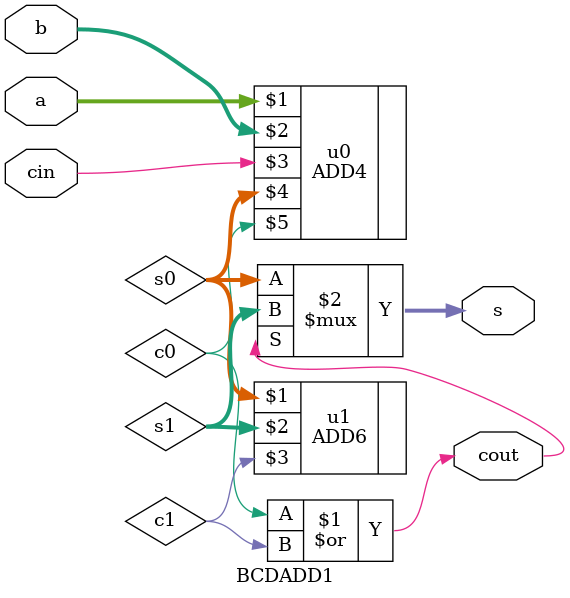
<source format=v>
module BCDADD1(a,b,cin,s,cout);

input [3:0] a,b;
input cin;
output [3:0] s;
output cout;
wire c1,c0;
wire [3:0] s0,s1;

ADD4 u0(a,b,cin,s0,c0);
ADD6 u1(s0,s1,c1);

assign cout=c0|c1;
assign s=cout?s1:s0;

endmodule
</source>
